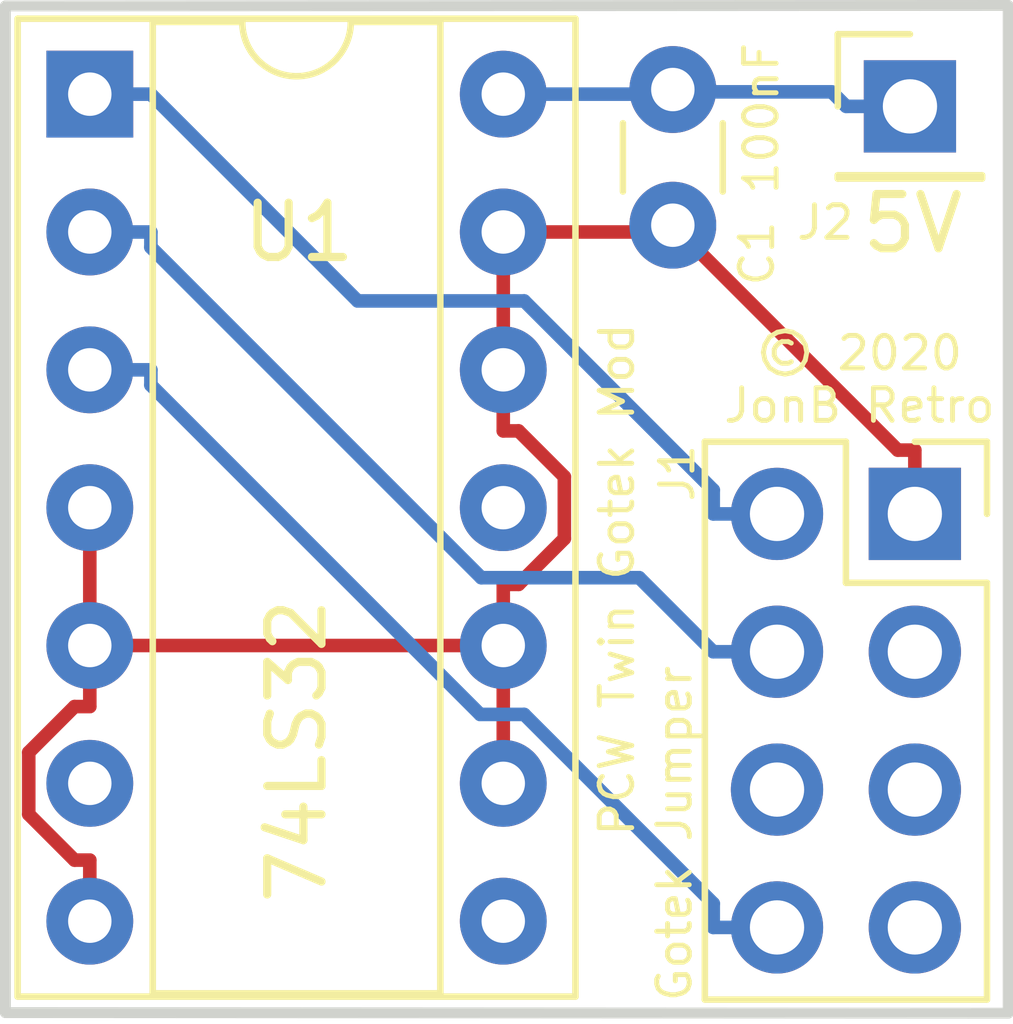
<source format=kicad_pcb>
(kicad_pcb (version 20171130) (host pcbnew "(5.0.0)")

  (general
    (thickness 1.6)
    (drawings 6)
    (tracks 49)
    (zones 0)
    (modules 4)
    (nets 13)
  )

  (page A4)
  (layers
    (0 F.Cu signal)
    (31 B.Cu signal)
    (32 B.Adhes user)
    (33 F.Adhes user)
    (34 B.Paste user)
    (35 F.Paste user)
    (36 B.SilkS user)
    (37 F.SilkS user)
    (38 B.Mask user)
    (39 F.Mask user)
    (40 Dwgs.User user)
    (41 Cmts.User user)
    (42 Eco1.User user)
    (43 Eco2.User user)
    (44 Edge.Cuts user)
    (45 Margin user)
    (46 B.CrtYd user)
    (47 F.CrtYd user)
    (48 B.Fab user)
    (49 F.Fab user)
  )

  (setup
    (last_trace_width 0.25)
    (trace_clearance 0.2)
    (zone_clearance 0.508)
    (zone_45_only no)
    (trace_min 0.2)
    (segment_width 0.2)
    (edge_width 0.2)
    (via_size 0.8)
    (via_drill 0.4)
    (via_min_size 0.4)
    (via_min_drill 0.3)
    (uvia_size 0.3)
    (uvia_drill 0.1)
    (uvias_allowed no)
    (uvia_min_size 0.2)
    (uvia_min_drill 0.1)
    (pcb_text_width 0.3)
    (pcb_text_size 1.5 1.5)
    (mod_edge_width 0.15)
    (mod_text_size 1 1)
    (mod_text_width 0.15)
    (pad_size 1.524 1.524)
    (pad_drill 0.762)
    (pad_to_mask_clearance 0.2)
    (aux_axis_origin 0 0)
    (visible_elements 7FFFFFFF)
    (pcbplotparams
      (layerselection 0x010fc_ffffffff)
      (usegerberextensions false)
      (usegerberattributes false)
      (usegerberadvancedattributes false)
      (creategerberjobfile false)
      (excludeedgelayer true)
      (linewidth 0.100000)
      (plotframeref false)
      (viasonmask false)
      (mode 1)
      (useauxorigin false)
      (hpglpennumber 1)
      (hpglpenspeed 20)
      (hpglpendiameter 15.000000)
      (psnegative false)
      (psa4output false)
      (plotreference true)
      (plotvalue true)
      (plotinvisibletext false)
      (padsonsilk false)
      (subtractmaskfromsilk false)
      (outputformat 1)
      (mirror false)
      (drillshape 1)
      (scaleselection 1)
      (outputdirectory ""))
  )

  (net 0 "")
  (net 1 +5V)
  (net 2 GND)
  (net 3 /S0-Left)
  (net 4 /S1-Left)
  (net 5 /M0-Left)
  (net 6 /JB-Right)
  (net 7 /S0-Right)
  (net 8 /S1-Right)
  (net 9 /M0-Right)
  (net 10 "Net-(U1-Pad8)")
  (net 11 "Net-(U1-Pad11)")
  (net 12 "Net-(U1-Pad6)")

  (net_class Default "This is the default net class."
    (clearance 0.2)
    (trace_width 0.25)
    (via_dia 0.8)
    (via_drill 0.4)
    (uvia_dia 0.3)
    (uvia_drill 0.1)
    (add_net +5V)
    (add_net /JB-Right)
    (add_net /M0-Left)
    (add_net /M0-Right)
    (add_net /S0-Left)
    (add_net /S0-Right)
    (add_net /S1-Left)
    (add_net /S1-Right)
    (add_net GND)
    (add_net "Net-(U1-Pad11)")
    (add_net "Net-(U1-Pad6)")
    (add_net "Net-(U1-Pad8)")
  )

  (module Capacitor_THT:C_Disc_D3.0mm_W1.6mm_P2.50mm (layer F.Cu) (tedit 5FD233DB) (tstamp 5FD23BBD)
    (at 141.36 95.07 270)
    (descr "C, Disc series, Radial, pin pitch=2.50mm, , diameter*width=3.0*1.6mm^2, Capacitor, http://www.vishay.com/docs/45233/krseries.pdf")
    (tags "C Disc series Radial pin pitch 2.50mm  diameter 3.0mm width 1.6mm Capacitor")
    (path /5FD29254)
    (fp_text reference C1 (at 1.25 -2.05 270) (layer F.Fab) hide
      (effects (font (size 1 1) (thickness 0.15)))
    )
    (fp_text value 100nF (at 0.53 -1.63 90) (layer F.SilkS)
      (effects (font (size 0.6 0.6) (thickness 0.09)))
    )
    (fp_line (start -0.25 -0.8) (end -0.25 0.8) (layer F.Fab) (width 0.1))
    (fp_line (start -0.25 0.8) (end 2.75 0.8) (layer F.Fab) (width 0.1))
    (fp_line (start 2.75 0.8) (end 2.75 -0.8) (layer F.Fab) (width 0.1))
    (fp_line (start 2.75 -0.8) (end -0.25 -0.8) (layer F.Fab) (width 0.1))
    (fp_line (start 0.621 -0.92) (end 1.879 -0.92) (layer F.SilkS) (width 0.12))
    (fp_line (start 0.621 0.92) (end 1.879 0.92) (layer F.SilkS) (width 0.12))
    (fp_line (start -1.05 -1.05) (end -1.05 1.05) (layer F.CrtYd) (width 0.05))
    (fp_line (start -1.05 1.05) (end 3.55 1.05) (layer F.CrtYd) (width 0.05))
    (fp_line (start 3.55 1.05) (end 3.55 -1.05) (layer F.CrtYd) (width 0.05))
    (fp_line (start 3.55 -1.05) (end -1.05 -1.05) (layer F.CrtYd) (width 0.05))
    (fp_text user %R (at 3.02 -1.55 90) (layer F.SilkS)
      (effects (font (size 0.6 0.6) (thickness 0.09)))
    )
    (pad 1 thru_hole circle (at 0 0 270) (size 1.6 1.6) (drill 0.8) (layers *.Cu *.Mask)
      (net 1 +5V))
    (pad 2 thru_hole circle (at 2.5 0 270) (size 1.6 1.6) (drill 0.8) (layers *.Cu *.Mask)
      (net 2 GND))
    (model ${KISYS3DMOD}/Capacitor_THT.3dshapes/C_Disc_D3.0mm_W1.6mm_P2.50mm.wrl
      (at (xyz 0 0 0))
      (scale (xyz 1 1 1))
      (rotate (xyz 0 0 0))
    )
  )

  (module Connector_PinSocket_2.54mm:PinSocket_2x04_P2.54mm_Vertical (layer F.Cu) (tedit 5FD235D0) (tstamp 5FD24654)
    (at 145.82 102.89)
    (descr "Through hole straight socket strip, 2x04, 2.54mm pitch, double cols (from Kicad 4.0.7), script generated")
    (tags "Through hole socket strip THT 2x04 2.54mm double row")
    (path /5FD22C32)
    (fp_text reference J1 (at -4.38 -0.75 90) (layer F.SilkS)
      (effects (font (size 0.6 0.6) (thickness 0.09)))
    )
    (fp_text value "Gotek Jumper" (at -4.43 5.89 90) (layer F.SilkS)
      (effects (font (size 0.6 0.6) (thickness 0.09)))
    )
    (fp_line (start -3.81 -1.27) (end 0.27 -1.27) (layer F.Fab) (width 0.1))
    (fp_line (start 0.27 -1.27) (end 1.27 -0.27) (layer F.Fab) (width 0.1))
    (fp_line (start 1.27 -0.27) (end 1.27 8.89) (layer F.Fab) (width 0.1))
    (fp_line (start 1.27 8.89) (end -3.81 8.89) (layer F.Fab) (width 0.1))
    (fp_line (start -3.81 8.89) (end -3.81 -1.27) (layer F.Fab) (width 0.1))
    (fp_line (start -3.87 -1.33) (end -1.27 -1.33) (layer F.SilkS) (width 0.12))
    (fp_line (start -3.87 -1.33) (end -3.87 8.95) (layer F.SilkS) (width 0.12))
    (fp_line (start -3.87 8.95) (end 1.33 8.95) (layer F.SilkS) (width 0.12))
    (fp_line (start 1.33 1.27) (end 1.33 8.95) (layer F.SilkS) (width 0.12))
    (fp_line (start -1.27 1.27) (end 1.33 1.27) (layer F.SilkS) (width 0.12))
    (fp_line (start -1.27 -1.33) (end -1.27 1.27) (layer F.SilkS) (width 0.12))
    (fp_line (start 1.33 -1.33) (end 1.33 0) (layer F.SilkS) (width 0.12))
    (fp_line (start 0 -1.33) (end 1.33 -1.33) (layer F.SilkS) (width 0.12))
    (fp_line (start -4.34 -1.8) (end 1.76 -1.8) (layer F.CrtYd) (width 0.05))
    (fp_line (start 1.76 -1.8) (end 1.76 9.4) (layer F.CrtYd) (width 0.05))
    (fp_line (start 1.76 9.4) (end -4.34 9.4) (layer F.CrtYd) (width 0.05))
    (fp_line (start -4.34 9.4) (end -4.34 -1.8) (layer F.CrtYd) (width 0.05))
    (fp_text user %R (at -1.27 3.81 90) (layer F.Fab) hide
      (effects (font (size 1 1) (thickness 0.15)))
    )
    (pad 1 thru_hole rect (at 0 0) (size 1.7 1.7) (drill 1) (layers *.Cu *.Mask)
      (net 2 GND))
    (pad 2 thru_hole oval (at -2.54 0) (size 1.7 1.7) (drill 1) (layers *.Cu *.Mask)
      (net 3 /S0-Left))
    (pad 3 thru_hole oval (at 0 2.54) (size 1.7 1.7) (drill 1) (layers *.Cu *.Mask)
      (net 4 /S1-Left))
    (pad 4 thru_hole oval (at -2.54 2.54) (size 1.7 1.7) (drill 1) (layers *.Cu *.Mask)
      (net 5 /M0-Left))
    (pad 5 thru_hole oval (at 0 5.08) (size 1.7 1.7) (drill 1) (layers *.Cu *.Mask)
      (net 6 /JB-Right))
    (pad 6 thru_hole oval (at -2.54 5.08) (size 1.7 1.7) (drill 1) (layers *.Cu *.Mask)
      (net 7 /S0-Right))
    (pad 7 thru_hole oval (at 0 7.62) (size 1.7 1.7) (drill 1) (layers *.Cu *.Mask)
      (net 8 /S1-Right))
    (pad 8 thru_hole oval (at -2.54 7.62) (size 1.7 1.7) (drill 1) (layers *.Cu *.Mask)
      (net 9 /M0-Right))
    (model ${KISYS3DMOD}/Connector_PinSocket_2.54mm.3dshapes/PinSocket_2x04_P2.54mm_Vertical.wrl
      (offset (xyz -2.5 0 -1.5))
      (scale (xyz 1 1 1))
      (rotate (xyz 0 180 0))
    )
  )

  (module Connector_PinHeader_2.54mm:PinHeader_1x01_P2.54mm_Vertical (layer F.Cu) (tedit 5FD233F8) (tstamp 5FD23BF0)
    (at 145.73 95.38)
    (descr "Through hole straight pin header, 1x01, 2.54mm pitch, single row")
    (tags "Through hole pin header THT 1x01 2.54mm single row")
    (path /5FD28B25)
    (fp_text reference J2 (at -1.56 2.14) (layer F.SilkS)
      (effects (font (size 0.6 0.6) (thickness 0.09)))
    )
    (fp_text value 5V (at 0.05 2.16) (layer F.SilkS)
      (effects (font (size 1 1) (thickness 0.15)))
    )
    (fp_line (start -0.635 -1.27) (end 1.27 -1.27) (layer F.Fab) (width 0.1))
    (fp_line (start 1.27 -1.27) (end 1.27 1.27) (layer F.Fab) (width 0.1))
    (fp_line (start 1.27 1.27) (end -1.27 1.27) (layer F.Fab) (width 0.1))
    (fp_line (start -1.27 1.27) (end -1.27 -0.635) (layer F.Fab) (width 0.1))
    (fp_line (start -1.27 -0.635) (end -0.635 -1.27) (layer F.Fab) (width 0.1))
    (fp_line (start -1.33 1.33) (end 1.33 1.33) (layer F.SilkS) (width 0.12))
    (fp_line (start -1.33 1.27) (end -1.33 1.33) (layer F.SilkS) (width 0.12))
    (fp_line (start 1.33 1.27) (end 1.33 1.33) (layer F.SilkS) (width 0.12))
    (fp_line (start -1.33 1.27) (end 1.33 1.27) (layer F.SilkS) (width 0.12))
    (fp_line (start -1.33 0) (end -1.33 -1.33) (layer F.SilkS) (width 0.12))
    (fp_line (start -1.33 -1.33) (end 0 -1.33) (layer F.SilkS) (width 0.12))
    (fp_line (start -1.8 -1.8) (end -1.8 1.8) (layer F.CrtYd) (width 0.05))
    (fp_line (start -1.8 1.8) (end 1.8 1.8) (layer F.CrtYd) (width 0.05))
    (fp_line (start 1.8 1.8) (end 1.8 -1.8) (layer F.CrtYd) (width 0.05))
    (fp_line (start 1.8 -1.8) (end -1.8 -1.8) (layer F.CrtYd) (width 0.05))
    (fp_text user %R (at 0 0 90) (layer F.Fab)
      (effects (font (size 1 1) (thickness 0.15)))
    )
    (pad 1 thru_hole rect (at 0 0) (size 1.7 1.7) (drill 1) (layers *.Cu *.Mask)
      (net 1 +5V))
    (model ${KISYS3DMOD}/Connector_PinHeader_2.54mm.3dshapes/PinHeader_1x01_P2.54mm_Vertical.wrl
      (at (xyz 0 0 0))
      (scale (xyz 1 1 1))
      (rotate (xyz 0 0 0))
    )
  )

  (module Package_DIP:DIP-14_W7.62mm_Socket (layer F.Cu) (tedit 5FD232E0) (tstamp 5FD23C1A)
    (at 130.615 95.155)
    (descr "14-lead though-hole mounted DIP package, row spacing 7.62 mm (300 mils), Socket")
    (tags "THT DIP DIL PDIP 2.54mm 7.62mm 300mil Socket")
    (path /5FD22703)
    (fp_text reference U1 (at 3.854999 2.544999) (layer F.SilkS)
      (effects (font (size 1 1) (thickness 0.15)))
    )
    (fp_text value 74LS32 (at 3.814999 12.104999 90) (layer F.SilkS)
      (effects (font (size 1 1) (thickness 0.15)))
    )
    (fp_arc (start 3.81 -1.33) (end 2.81 -1.33) (angle -180) (layer F.SilkS) (width 0.12))
    (fp_line (start 1.635 -1.27) (end 6.985 -1.27) (layer F.Fab) (width 0.1))
    (fp_line (start 6.985 -1.27) (end 6.985 16.51) (layer F.Fab) (width 0.1))
    (fp_line (start 6.985 16.51) (end 0.635 16.51) (layer F.Fab) (width 0.1))
    (fp_line (start 0.635 16.51) (end 0.635 -0.27) (layer F.Fab) (width 0.1))
    (fp_line (start 0.635 -0.27) (end 1.635 -1.27) (layer F.Fab) (width 0.1))
    (fp_line (start -1.27 -1.33) (end -1.27 16.57) (layer F.Fab) (width 0.1))
    (fp_line (start -1.27 16.57) (end 8.89 16.57) (layer F.Fab) (width 0.1))
    (fp_line (start 8.89 16.57) (end 8.89 -1.33) (layer F.Fab) (width 0.1))
    (fp_line (start 8.89 -1.33) (end -1.27 -1.33) (layer F.Fab) (width 0.1))
    (fp_line (start 2.81 -1.33) (end 1.16 -1.33) (layer F.SilkS) (width 0.12))
    (fp_line (start 1.16 -1.33) (end 1.16 16.57) (layer F.SilkS) (width 0.12))
    (fp_line (start 1.16 16.57) (end 6.46 16.57) (layer F.SilkS) (width 0.12))
    (fp_line (start 6.46 16.57) (end 6.46 -1.33) (layer F.SilkS) (width 0.12))
    (fp_line (start 6.46 -1.33) (end 4.81 -1.33) (layer F.SilkS) (width 0.12))
    (fp_line (start -1.33 -1.39) (end -1.33 16.63) (layer F.SilkS) (width 0.12))
    (fp_line (start -1.33 16.63) (end 8.95 16.63) (layer F.SilkS) (width 0.12))
    (fp_line (start 8.95 16.63) (end 8.95 -1.39) (layer F.SilkS) (width 0.12))
    (fp_line (start 8.95 -1.39) (end -1.33 -1.39) (layer F.SilkS) (width 0.12))
    (fp_line (start -1.55 -1.6) (end -1.55 16.85) (layer F.CrtYd) (width 0.05))
    (fp_line (start -1.55 16.85) (end 9.15 16.85) (layer F.CrtYd) (width 0.05))
    (fp_line (start 9.15 16.85) (end 9.15 -1.6) (layer F.CrtYd) (width 0.05))
    (fp_line (start 9.15 -1.6) (end -1.55 -1.6) (layer F.CrtYd) (width 0.05))
    (fp_text user %R (at 3.81 7.62) (layer F.Fab) hide
      (effects (font (size 1 1) (thickness 0.15)))
    )
    (pad 1 thru_hole rect (at 0 0) (size 1.6 1.6) (drill 0.8) (layers *.Cu *.Mask)
      (net 3 /S0-Left))
    (pad 8 thru_hole oval (at 7.62 15.24) (size 1.6 1.6) (drill 0.8) (layers *.Cu *.Mask)
      (net 10 "Net-(U1-Pad8)"))
    (pad 2 thru_hole oval (at 0 2.54) (size 1.6 1.6) (drill 0.8) (layers *.Cu *.Mask)
      (net 5 /M0-Left))
    (pad 9 thru_hole oval (at 7.62 12.7) (size 1.6 1.6) (drill 0.8) (layers *.Cu *.Mask)
      (net 2 GND))
    (pad 3 thru_hole oval (at 0 5.08) (size 1.6 1.6) (drill 0.8) (layers *.Cu *.Mask)
      (net 9 /M0-Right))
    (pad 10 thru_hole oval (at 7.62 10.16) (size 1.6 1.6) (drill 0.8) (layers *.Cu *.Mask)
      (net 2 GND))
    (pad 4 thru_hole oval (at 0 7.62) (size 1.6 1.6) (drill 0.8) (layers *.Cu *.Mask)
      (net 2 GND))
    (pad 11 thru_hole oval (at 7.62 7.62) (size 1.6 1.6) (drill 0.8) (layers *.Cu *.Mask)
      (net 11 "Net-(U1-Pad11)"))
    (pad 5 thru_hole oval (at 0 10.16) (size 1.6 1.6) (drill 0.8) (layers *.Cu *.Mask)
      (net 2 GND))
    (pad 12 thru_hole oval (at 7.62 5.08) (size 1.6 1.6) (drill 0.8) (layers *.Cu *.Mask)
      (net 2 GND))
    (pad 6 thru_hole oval (at 0 12.7) (size 1.6 1.6) (drill 0.8) (layers *.Cu *.Mask)
      (net 12 "Net-(U1-Pad6)"))
    (pad 13 thru_hole oval (at 7.62 2.54) (size 1.6 1.6) (drill 0.8) (layers *.Cu *.Mask)
      (net 2 GND))
    (pad 7 thru_hole oval (at 0 15.24) (size 1.6 1.6) (drill 0.8) (layers *.Cu *.Mask)
      (net 2 GND))
    (pad 14 thru_hole oval (at 7.62 0) (size 1.6 1.6) (drill 0.8) (layers *.Cu *.Mask)
      (net 1 +5V))
    (model ${KISYS3DMOD}/Package_DIP.3dshapes/DIP-14_W7.62mm_Socket.wrl
      (at (xyz 0 0 0))
      (scale (xyz 1 1 1))
      (rotate (xyz 0 0 0))
    )
  )

  (gr_text "PCW Twin Gotek Mod" (at 140.33 104.1 90) (layer F.SilkS) (tstamp 5FD2496F)
    (effects (font (size 0.6 0.6) (thickness 0.09)))
  )
  (gr_text "© 2020\nJonB Retro" (at 144.8 100.41) (layer F.SilkS)
    (effects (font (size 0.6 0.6) (thickness 0.09)))
  )
  (gr_line (start 129.06 112.08) (end 129.06 93.53) (layer Edge.Cuts) (width 0.2))
  (gr_line (start 147.54 112.09) (end 129.06 112.08) (layer Edge.Cuts) (width 0.2))
  (gr_line (start 147.54 93.52) (end 147.54 112.09) (layer Edge.Cuts) (width 0.2))
  (gr_line (start 129.06 93.53) (end 147.54 93.52) (layer Edge.Cuts) (width 0.2))

  (segment (start 141.36 95.1125) (end 144.2872 95.1125) (width 0.25) (layer B.Cu) (net 1))
  (segment (start 144.2872 95.1125) (end 144.5547 95.38) (width 0.25) (layer B.Cu) (net 1))
  (segment (start 138.235 95.155) (end 141.3175 95.155) (width 0.25) (layer B.Cu) (net 1))
  (segment (start 141.3175 95.155) (end 141.36 95.1125) (width 0.25) (layer B.Cu) (net 1))
  (segment (start 141.36 95.1125) (end 141.36 95.07) (width 0.25) (layer B.Cu) (net 1))
  (segment (start 145.73 95.38) (end 144.5547 95.38) (width 0.25) (layer B.Cu) (net 1))
  (segment (start 138.235 97.695) (end 141.235 97.695) (width 0.25) (layer F.Cu) (net 2))
  (segment (start 141.235 97.695) (end 141.36 97.57) (width 0.25) (layer F.Cu) (net 2))
  (segment (start 138.235 97.695) (end 138.235 100.235) (width 0.25) (layer F.Cu) (net 2))
  (segment (start 130.615 105.315) (end 130.615 106.4403) (width 0.25) (layer F.Cu) (net 2))
  (segment (start 130.615 110.395) (end 130.615 109.2697) (width 0.25) (layer F.Cu) (net 2))
  (segment (start 130.615 109.2697) (end 130.3337 109.2697) (width 0.25) (layer F.Cu) (net 2))
  (segment (start 130.3337 109.2697) (end 129.4897 108.4257) (width 0.25) (layer F.Cu) (net 2))
  (segment (start 129.4897 108.4257) (end 129.4897 107.2842) (width 0.25) (layer F.Cu) (net 2))
  (segment (start 129.4897 107.2842) (end 130.3336 106.4403) (width 0.25) (layer F.Cu) (net 2))
  (segment (start 130.3336 106.4403) (end 130.615 106.4403) (width 0.25) (layer F.Cu) (net 2))
  (segment (start 130.615 105.315) (end 137.1097 105.315) (width 0.25) (layer F.Cu) (net 2))
  (segment (start 138.235 105.315) (end 137.1097 105.315) (width 0.25) (layer F.Cu) (net 2))
  (segment (start 130.615 105.315) (end 130.615 102.775) (width 0.25) (layer F.Cu) (net 2))
  (segment (start 145.82 102.89) (end 145.82 101.7147) (width 0.25) (layer F.Cu) (net 2))
  (segment (start 145.82 101.7147) (end 145.5047 101.7147) (width 0.25) (layer F.Cu) (net 2))
  (segment (start 145.5047 101.7147) (end 141.36 97.57) (width 0.25) (layer F.Cu) (net 2))
  (segment (start 138.235 100.235) (end 138.235 101.3603) (width 0.25) (layer F.Cu) (net 2))
  (segment (start 138.235 105.315) (end 138.235 104.1897) (width 0.25) (layer F.Cu) (net 2))
  (segment (start 138.235 104.1897) (end 138.5163 104.1897) (width 0.25) (layer F.Cu) (net 2))
  (segment (start 138.5163 104.1897) (end 139.3603 103.3457) (width 0.25) (layer F.Cu) (net 2))
  (segment (start 139.3603 103.3457) (end 139.3603 102.2042) (width 0.25) (layer F.Cu) (net 2))
  (segment (start 139.3603 102.2042) (end 138.5164 101.3603) (width 0.25) (layer F.Cu) (net 2))
  (segment (start 138.5164 101.3603) (end 138.235 101.3603) (width 0.25) (layer F.Cu) (net 2))
  (segment (start 138.235 107.855) (end 138.235 105.315) (width 0.25) (layer F.Cu) (net 2))
  (segment (start 143.28 102.89) (end 142.1047 102.89) (width 0.25) (layer B.Cu) (net 3))
  (segment (start 130.615 95.155) (end 131.7403 95.155) (width 0.25) (layer B.Cu) (net 3))
  (segment (start 131.7403 95.155) (end 135.5503 98.965) (width 0.25) (layer B.Cu) (net 3))
  (segment (start 135.5503 98.965) (end 138.6204 98.965) (width 0.25) (layer B.Cu) (net 3))
  (segment (start 138.6204 98.965) (end 142.1047 102.4493) (width 0.25) (layer B.Cu) (net 3))
  (segment (start 142.1047 102.4493) (end 142.1047 102.89) (width 0.25) (layer B.Cu) (net 3))
  (segment (start 143.28 105.43) (end 142.1047 105.43) (width 0.25) (layer B.Cu) (net 5))
  (segment (start 130.615 97.695) (end 131.7403 97.695) (width 0.25) (layer B.Cu) (net 5))
  (segment (start 131.7403 97.695) (end 131.7403 97.9763) (width 0.25) (layer B.Cu) (net 5))
  (segment (start 131.7403 97.9763) (end 137.8294 104.0654) (width 0.25) (layer B.Cu) (net 5))
  (segment (start 137.8294 104.0654) (end 140.7401 104.0654) (width 0.25) (layer B.Cu) (net 5))
  (segment (start 140.7401 104.0654) (end 142.1047 105.43) (width 0.25) (layer B.Cu) (net 5))
  (segment (start 143.28 110.51) (end 142.1047 110.51) (width 0.25) (layer B.Cu) (net 9))
  (segment (start 130.615 100.235) (end 131.7403 100.235) (width 0.25) (layer B.Cu) (net 9))
  (segment (start 131.7403 100.235) (end 131.7403 100.5163) (width 0.25) (layer B.Cu) (net 9))
  (segment (start 131.7403 100.5163) (end 137.809 106.585) (width 0.25) (layer B.Cu) (net 9))
  (segment (start 137.809 106.585) (end 138.6204 106.585) (width 0.25) (layer B.Cu) (net 9))
  (segment (start 138.6204 106.585) (end 142.1047 110.0693) (width 0.25) (layer B.Cu) (net 9))
  (segment (start 142.1047 110.0693) (end 142.1047 110.51) (width 0.25) (layer B.Cu) (net 9))

)

</source>
